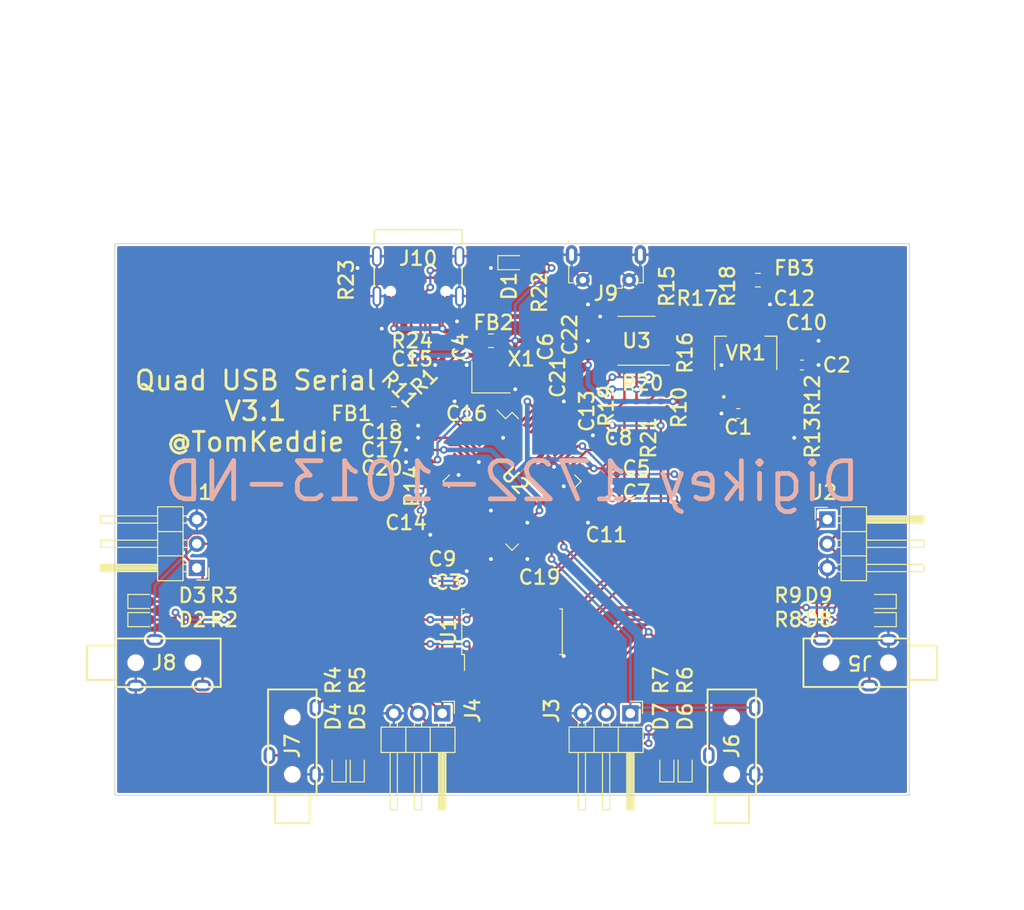
<source format=kicad_pcb>
(kicad_pcb (version 20211014) (generator pcbnew)
  (layers (0 "F.Cu" signal) (31 "B.Cu" signal) (34 "B.Paste" user) (35 "F.Paste" user) (36 "B.SilkS" user "B.Silkscreen") (37 "F.SilkS" user "F.Silkscreen") (38 "B.Mask" user) (39 "F.Mask" user) (44 "Edge.Cuts" user))
  (net 0 "")
  (net 1 "GND")
  (net 2 "VCCIO")
  (net 3 "Net-(D1-Pad2)")
  (net 4 "/TXD-A")
  (net 5 "/RXD-A")
  (net 6 "/TXD-D")
  (net 7 "/RXD-D")
  (net 8 "/TXD-C")
  (net 9 "/RXD-C")
  (net 10 "/TXD-B")
  (net 11 "/RXD-B")
  (net 12 "Net-(R2-Pad1)")
  (net 13 "Net-(R3-Pad1)")
  (net 14 "Net-(R4-Pad1)")
  (net 15 "Net-(R5-Pad1)")
  (net 16 "Net-(R6-Pad1)")
  (net 17 "Net-(R7-Pad1)")
  (net 18 "Net-(R8-Pad1)")
  (net 19 "Net-(R9-Pad1)")
  (net 20 "/~{PWREN}")
  (net 22 "/EECLK")
  (net 23 "/EECS")
  (net 24 "/EEDATA")
  (net 25 "VBUS")
  (net 26 "Net-(C4-Pad1)")
  (net 27 "VCORE")
  (net 28 "/VUSB")
  (net 29 "VPHY")
  (net 30 "VPLL")
  (net 31 "/USB_N")
  (net 32 "/USB_P")
  (net 34 "/D_N")
  (net 35 "/D_P")
  (net 36 "Net-(R14-Pad2)")
  (net 37 "/EEDATA_LED")
  (net 38 "/EECLK_LED")
  (net 39 "/EECS_LED")
  (net 48 "/TXA-R")
  (net 49 "/RXA-R")
  (net 50 "/TXB-R")
  (net 51 "/RXB-R")
  (net 52 "/TXC-R")
  (net 53 "/RXC-R")
  (net 54 "/TXD-R")
  (net 55 "/RXD-R")
  (net 75 "Net-(J10-PadA5)")
  (net 77 "Net-(J10-PadB5)")
  (net 79 "/~{RESET}")
  (net 80 "Net-(C6-Pad1)")
  (net 81 "/EED0")
  (footprint "tom-passives:C_0402_1005Metric" (layer "F.Cu") (at 92.225 100.33)
    (fp_text reference "C14")
    (fp_text value "100nF_50V_X7R ")
  )
  (footprint "tom-connectors:PinHeader_1x03_P2.54mm_Horizontal" (layer "F.Cu") (at 92.695 120.3 -90)
    (fp_text reference "J4")
    (fp_text value "Conn_01x03")
  )
  (footprint "tom-semiconductors:SOIC-16_4.55x10.3mm_P1.27mm" (layer "F.Cu") (at 100 111.76 90)
    (fp_text reference "U1")
    (fp_text value "74HC595")
  )
  (footprint "tom-connectors:USB_B_Micro_LCSC_C10418" (layer "F.Cu") (at 109.83 70.52 180)
    (fp_text reference "J9")
    (fp_text value "USB_B_Micro")
  )
  (footprint "tom-passives:R_0402_1005Metric" (layer "F.Cu") (at 115.57 88.115 -90)
    (fp_text reference "R10")
    (fp_text value "10k")
  )
  (footprint "tom-semiconductors:VREG_LM1117MPX-3.3" (layer "F.Cu") (at 124.46 82.55 90)
    (fp_text reference "VR1")
    (fp_text value "LM1117MPX-3.3")
  )
  (footprint "tom-passives:C_0402_1005Metric" (layer "F.Cu") (at 104.14 87.63 180)
    (fp_text reference "C21")
    (fp_text value "100nF_50V_X7R ")
  )
  (footprint "tom-passives:Crystal_SMD_3225-4Pin_3.2x2.5mm" (layer "F.Cu") (at 97.79 85.09)
    (fp_text reference "X1")
    (fp_text value "12MHz")
  )
  (footprint "tom-passives:C_0402_1005Metric" (layer "F.Cu") (at 107.95 82.55 -90)
    (fp_text reference "C22")
    (fp_text value "100nF_50V_X7R ")
  )
  (footprint "tom-passives:C_0402_1005Metric" (layer "F.Cu") (at 102.87 104.14 90)
    (fp_text reference "C19")
    (fp_text value "100nF_50V_X7R ")
  )
  (footprint "tom-passives:R_0402_1005Metric" (layer "F.Cu") (at 64.1025 108.585 180)
    (fp_text reference "R3")
    (fp_text value "330")
  )
  (footprint "tom-passives:R_0402_1005Metric" (layer "F.Cu") (at 119.38 74.93 -90)
    (fp_text reference "R17")
    (fp_text value "10k")
  )
  (footprint "tom-passives:R_0402_1005Metric" (layer "F.Cu") (at 116.205 123 -90)
    (fp_text reference "R7")
    (fp_text value "330")
  )
  (footprint "tom-passives:C_0805_2012Metric" (layer "F.Cu") (at 97.79 81.28 180)
    (fp_text reference "FB2")
    (fp_text value "500mA/600R")
  )
  (footprint "tom-passives:R_0402_1005Metric" (layer "F.Cu") (at 129.54 87.63 -90)
    (fp_text reference "R12")
    (fp_text value "15k")
  )
  (footprint "tom-passives:R_0402_1005Metric" (layer "F.Cu") (at 118.11 123 -90)
    (fp_text reference "R6")
    (fp_text value "330")
  )
  (footprint "tom-opto:LED_0603_1608Metric" (layer "F.Cu") (at 61.27 108.585)
    (fp_text reference "D3")
    (fp_text value "RXA")
  )
  (footprint "tom-passives:R_0402_1005Metric" (layer "F.Cu") (at 118.11 74.93 -90)
    (fp_text reference "R15")
    (fp_text value "10k")
  )
  (footprint "tom-passives:R_0402_1005Metric" (layer "F.Cu") (at 90.955 93.98)
    (fp_text reference "R14")
    (fp_text value "12k")
  )
  (footprint "tom-opto:LED_0603_1608Metric" (layer "F.Cu") (at 100 73.1)
    (fp_text reference "D1")
    (fp_text value "LED")
  )
  (footprint "tom-opto:LED_0603_1608Metric" (layer "F.Cu") (at 116.205 126 90)
    (fp_text reference "D7")
    (fp_text value "RXC")
  )
  (footprint "tom-passives:R_0402_1005Metric" (layer "F.Cu") (at 120.65 74.93 -90)
    (fp_text reference "R18")
    (fp_text value "10k")
  )
  (footprint "tom-passives:R_0402_1005Metric" (layer "F.Cu") (at 129.54 90.17 -90)
    (fp_text reference "R13")
    (fp_text value "10k")
  )
  (footprint "tom-connectors:PinHeader_1x03_P2.54mm_Horizontal" (layer "F.Cu") (at 67 105.08 180)
    (fp_text reference "J1")
    (fp_text value "Conn_01x03")
  )
  (footprint "tom-connectors:JLCPCB_3.5MM_SOCKET_C18166" (layer "F.Cu") (at 77 128.8 90)
    (fp_text reference "J7")
    (fp_text value "JLCPCB_3.5MM_SOCKET_C18166")
  )
  (footprint "tom-passives:C_0402_1005Metric" (layer "F.Cu") (at 91.44 91.44)
    (fp_text reference "C18")
    (fp_text value "100nF_50V_X7R ")
  )
  (footprint "tom-passives:R_0402_1005Metric" (layer "F.Cu") (at 111.76 88.115 90)
    (fp_text reference "R19")
    (fp_text value "0")
  )
  (footprint "tom-passives:R_0402_1005Metric" (layer "F.Cu") (at 114.3 88.115 90)
    (fp_text reference "R21")
    (fp_text value "0")
  )
  (footprint "tom-passives:C_0402_1005Metric" (layer "F.Cu") (at 110.49 93.98)
    (fp_text reference "C5")
    (fp_text value "4.7uF_10V_X5R ")
  )
  (footprint "tom-passives:R_0402_1005Metric" (layer "F.Cu") (at 64.1025 110.49 180)
    (fp_text reference "R2")
    (fp_text value "330")
  )
  (footprint "tom-passives:C_0402_1005Metric" (layer "F.Cu") (at 93.98 84.305 90)
    (fp_text reference "C4")
    (fp_text value "20pF_50V_C0G ")
  )
  (footprint "tom-opto:LED_0603_1608Metric" (layer "F.Cu") (at 138.73 110.49 180)
    (fp_text reference "D8")
    (fp_text value "TXD")
  )
  (footprint "tom-passives:R_0402_1005Metric" (layer "F.Cu") (at 83.82 123 -90)
    (fp_text reference "R5")
    (fp_text value "330")
  )
  (footprint "tom-passives:R_0402_1005Metric" (layer "F.Cu") (at 83.82 74.93 90)
    (fp_text reference "R23")
    (fp_text value "5.1k")
  )
  (footprint "tom-opto:LED_0603_1608Metric" (layer "F.Cu") (at 118.11 126 90)
    (fp_text reference "D6")
    (fp_text value "TXC")
  )
  (footprint "tom-passives:R_0402_1005Metric" (layer "F.Cu") (at 118.11 79.225 -90)
    (fp_text reference "R16")
    (fp_text value "2.2k")
  )
  (footprint "tom-connectors:JLCPCB_3.5MM_SOCKET_C18166" (layer "F.Cu") (at 123 128.8 90)
    (fp_text reference "J6")
    (fp_text value "JLCPCB_3.5MM_SOCKET_C18166")
  )
  (footprint "tom-passives:C_0402_1005Metric" (layer "F.Cu") (at 95.25 104.14)
    (fp_text reference "C9")
    (fp_text value "100nF_50V_X7R ")
  )
  (footprint "tom-passives:R_0402_1005Metric" (layer "F.Cu") (at 135.8975 108.585)
    (fp_text reference "R9")
    (fp_text value "330")
  )
  (footprint "tom-passives:R_0402_1005Metric" (layer "F.Cu") (at 102.87 73.1 180)
    (fp_text reference "R22")
    (fp_text value "330")
  )
  (footprint "tom-semiconductors:TQFP-64_10x10mm_P0.5mm" (layer "F.Cu") (at 100 96 -45)
    (fp_text reference "U2")
    (fp_text value "FT4232H")
  )
  (footprint "tom-passives:R_0402_1005Metric" (layer "F.Cu") (at 91.44 87.63 135)
    (fp_text reference "R11")
    (fp_text value "10")
  )
  (footprint "tom-passives:C_0402_1005Metric" (layer "F.Cu") (at 95.25 87.63)
    (fp_text reference "C16")
    (fp_text value "100nF_50V_X7R ")
  )
  (footprint "tom-connectors:PinHeader_1x03_P2.54mm_Horizontal" (layer "F.Cu") (at 112.385 120.3 -90)
    (fp_text reference "J3")
    (fp_text value "Conn_01x03")
  )
  (footprint "tom-passives:C_0402_1005Metric" (layer "F.Cu") (at 130.325 81.28 180)
    (fp_text reference "C10")
    (fp_text value "100nF_50V_X7R ")
  )
  (footprint "tom-passives:C_0402_1005Metric" (layer "F.Cu") (at 110.49 92.71 180)
    (fp_text reference "C8")
    (fp_text value "100nF_50V_X7R ")
  )
  (footprint "tom-passives:C_0805_2012Metric" (layer "F.Cu") (at 125.73 74.93)
    (fp_text reference "FB3")
    (fp_text value "500mA/600R")
  )
  (footprint "tom-opto:LED_0603_1608Metric" (layer "F.Cu") (at 61.27 110.49)
    (fp_text reference "D2")
    (fp_text value "TXA")
  )
  (footprint "tom-passives:C_0402_1005Metric" (layer "F.Cu") (at 97.005 105.41 180)
    (fp_text reference "C3")
    (fp_text value "100nF_50V_X7R ")
  )
  (footprint "tom-passives:C_0402_1005Metric" (layer "F.Cu") (at 91.44 90.17 180)
    (fp_text reference "C17")
    (fp_text value "4.7uF_10V_X5R ")
  )
  (footprint "tom-opto:LED_0603_1608Metric" (layer "F.Cu") (at 81.89 126 90)
    (fp_text reference "D4")
    (fp_text value "TXB")
  )
  (footprint "tom-passives:C_0402_1005Metric" (layer "F.Cu") (at 90.655 92.71)
    (fp_text reference "C20")
    (fp_text value "100nF_50V_X7R ")
  )
  (footprint "tom-semiconductors:SO-8_3.9x4.9mm_P1.27mm" (layer "F.Cu") (at 113.03 81.28 180)
    (fp_text reference "U3")
    (fp_text value "AT93C46DN-SH-T")
  )
  (footprint "tom-opto:LED_0603_1608Metric" (layer "F.Cu") (at 83.795 126 90)
    (fp_text reference "D5")
    (fp_text value "RXB")
  )
  (footprint "tom-passives:C_0402_1005Metric" (layer "F.Cu") (at 92.71 83.82 90)
    (fp_text reference "C15")
    (fp_text value "4.7uF_10V_X5R ")
  )
  (footprint "tom-passives:C_0402_1005Metric" (layer "F.Cu") (at 106.703 91.186 180)
    (fp_text reference "C13")
    (fp_text value "100nF_50V_X7R ")
  )
  (footprint "tom-passives:R_0402_1005Metric" (layer "F.Cu") (at 136.0475 110.49)
    (fp_text reference "R8")
    (fp_text value "330")
  )
  (footprint "tom-passives:R_0402_1005Metric" (layer "F.Cu") (at 92.71 81.28)
    (fp_text reference "R24")
    (fp_text value "5.1k")
  )
  (footprint "tom-passives:C_0402_1005Metric" (layer "F.Cu") (at 106.68 101.6 180)
    (fp_text reference "C11")
    (fp_text value "100nF_50V_X7R ")
  )
  (footprint "tom-passives:C_0402_1005Metric" (layer "F.Cu") (at 101.6 85.575 -90)
    (fp_text reference "C6")
    (fp_text value "20pF_50V_C0G ")
  )
  (footprint "tom-passives:R_0402_1005Metric" (layer "F.Cu") (at 92.71 86.36 -45)
    (fp_text reference "R1")
    (fp_text value "10")
  )
  (footprint "tom-connectors:JLCPCB_3.5MM_SOCKET_C18166" (layer "F.Cu") (at 58.5 115)
    (fp_text reference "J8")
    (fp_text value "JLCPCB_3.5MM_SOCKET_C18166")
  )
  (footprint "tom-connectors:USB_C_Receptacle_LCSC_C165948" (layer "F.Cu") (at 90.17 74.3 180)
    (fp_text reference "J10")
    (fp_text value "USB_C_Receptacle_USB2.0")
  )
  (footprint "tom-passives:C_0402_1005Metric" (layer "F.Cu") (at 110.49 95.25 180)
    (fp_text reference "C7")
    (fp_text value "100nF_50V_X7R ")
  )
  (footprint "tom-passives:C_0603_1608Metric" (layer "F.Cu") (at 123.6725 88.9 180)
    (fp_text reference "C1")
    (fp_text value "10uF_10V_X5R ")
  )
  (footprint "tom-passives:R_0402_1005Metric" (layer "F.Cu") (at 113.03 88.115 90)
    (fp_text reference "R20")
    (fp_text value "0")
  )
  (footprint "tom-passives:R_0402_1005Metric" (layer "F.Cu") (at 81.915 123 -90)
    (fp_text reference "R4")
    (fp_text value "330")
  )
  (footprint "tom-connectors:JLCPCB_3.5MM_SOCKET_C18166" (layer "F.Cu") (at 141.5 115 180)
    (fp_text reference "J5")
    (fp_text value "JLCPCB_3.5MM_SOCKET_C18166")
  )
  (footprint "tom-passives:C_0402_1005Metric" (layer "F.Cu") (at 125.73 77.47)
    (fp_text reference "C12")
    (fp_text value "10nF_50V_X7R ")
  )
  (footprint "tom-connectors:PinHeader_1x03_P2.54mm_Horizontal" (layer "F.Cu") (at 133 100)
    (fp_text reference "J2")
    (fp_text value "Conn_01x03")
  )
  (footprint "tom-passives:C_0603_1608Metric" (layer "F.Cu") (at 130.325 83.82)
    (fp_text reference "C2")
    (fp_text value "10uF_10V_X5R ")
  )
  (footprint "tom-opto:LED_0603_1608Metric" (layer "F.Cu") (at 138.73 108.585 180)
    (fp_text reference "D9")
    (fp_text value "RXD")
  )
  (footprint "tom-passives:C_0805_2012Metric" (layer "F.Cu") (at 87.63 88.9)
    (fp_text reference "FB1")
    (fp_text value "500mA/600R")
  )
  (gr_line (start 141.58125 128.88125) (end 141.58125 71.11875) (layer "Edge.Cuts") (width 0.1))
  (gr_line (start 58.41875 128.88125) (end 141.58125 128.88125) (layer "Edge.Cuts") (width 0.1))
  (gr_line (start 58.41875 128.88125) (end 58.41875 71.11875) (layer "Edge.Cuts") (width 0.1))
  (gr_line (start 141.58125 71.11875) (end 58.41875 71.11875) (layer "Edge.Cuts") (width 0.1))
  (gr_text "Digikey 1722-1013-ND" (at 100 96.012) (layer "B.SilkS") (effects (font (size 4 4) (thickness 0.5)) (justify mirror)))
  (gr_text "Quad USB Serial\nV3.1\n@TomKeddie" (at 73.152 88.646) (layer "F.SilkS") (effects (font (size 2 2) (thickness 0.3))))
  (segment (start 93.52 77.45) (end 93.52 79.042) (width 0.25) (layer "F.Cu") (net 1))
  (segment (start 97.293554 99.06) (end 97.79 99.06) (width 0.25) (layer "F.Cu") (net 1))
  (segment (start 104.625 87.63) (end 105.41 87.63) (width 0.25) (layer "F.Cu") (net 1))
  (segment (start 101.564991 101.454078) (end 101.564991 100.365009) (width 0.25) (layer "F.Cu") (net 1))
  (segment (start 92.71 83.335) (end 92.433 83.335) (width 0.25) (layer "F.Cu") (net 1))
  (segment (start 86.82 79.55) (end 86.82 77.45) (width 0.25) (layer "F.Cu") (net 1))
  (segment (start 130.81 81.28) (end 132.08 81.28) (width 0.25) (layer "F.Cu") (net 1))
  (segment (start 98.89 85.94) (end 99.91 85.94) (width 0.25) (layer "F.Cu") (net 1))
  (segment (start 97.49 104.44) (end 97.79 104.14) (width 0.25) (layer "F.Cu") (net 1))
  (segment (start 105.948536 93.940551) (end 105.401087 94.488) (width 0.25) (layer "F.Cu") (net 1))
  (segment (start 122.885 88.9) (end 121.92 88.9) (width 0.25) (layer "F.Cu") (net 1))
  (segment (start 107.165 101.115) (end 107.95 100.33) (width 0.25) (layer "F.Cu") (net 1))
  (segment (start 96.69 84.24) (end 95.67 84.24) (width 0.25) (layer "F.Cu") (net 1))
  (segment (start 105.401087 94.488) (end 104.394 94.488) (width 0.25) (layer "F.Cu") (net 1))
  (segment (start 101.6 86.06) (end 100.63 86.06) (width 0.25) (layer "F.Cu") (net 1))
  (segment (start 91.74 100.33) (end 91.74 101.3) (width 0.25) (layer "F.Cu") (net 1))
  (segment (start 110.975 93.98) (end 110.975 95.25) (width 0.25) (layer "F.Cu") (net 1))
  (segment (start 96.52 93.58066) (end 96.52 93.98) (width 0.25) (layer "F.Cu") (net 1))
  (segment (start 87.12 79.25) (end 87.12 77.45) (width 0.25) (layer "F.Cu") (net 1))
  (segment (start 94.765 104.14) (end 94.765 104.925) (width 0.25) (layer "F.Cu") (net 1))
  (segment (start 110.975 96.035) (end 110.49 96.52) (width 0.25) (layer "F.Cu") (net 1))
  (segment (start 86.36 80.01) (end 86.82 79.55) (width 0.25) (layer "F.Cu") (net 1))
  (segment (start 94.899476 94.081456) (end 96.418544 94.081456) (width 0.25) (layer "F.Cu") (net 1))
  (segment (start 94.765 87.63) (end 93.98 87.63) (width 0.25) (layer "F.Cu") (net 1))
  (segment (start 97.49 105.41) (end 97.49 104.44) (width 0.25) (layer "F.Cu") (net 1))
  (segment (start 110.975 95.25) (end 110.975 96.035) (width 0.25) (layer "F.Cu") (net 1))
  (segment (start 107.95 82.065) (end 107.95 81.28) (width 0.25) (layer "F.Cu") (net 1))
  (segment (start 93.697911 94.294105) (end 94.402181 94.998375) (width 0.25) (layer "F.Cu") (net 1))
  (segment (start 102.085 104.625) (end 101.6 104.14) (width 0.25) (layer "F.Cu") (net 1))
  (segment (start 110.975 92.71) (end 110.975 91.925) (width 0.25) (layer "F.Cu") (net 1))
  (segment (start 104.7 115.01) (end 105.41 114.3) (width 0.25) (layer "F.Cu") (net 1))
  (segment (start 86.36 80.01) (end 87.12 79.25) (width 0.25) (layer "F.Cu") (net 1))
  (segment (start 99.91 85.94) (end 100.33 86.36) (width 0.25) (layer "F.Cu") (net 1))
  (segment (start 93.195 81.28) (end 94.234 81.28) (width 0.25) (layer "F.Cu") (net 1))
  (segment (start 99.142116 89.838815) (end 99.142116 91.357884) (width 0.25) (layer "F.Cu") (net 1))
  (segment (start 110.975 91.925) (end 110.49 91.44) (width 0.25) (layer "F.Cu") (net 1))
  (segment (start 104.445 115.01) (end 104.7 115.01) (width 0.25) (layer "F.Cu") (net 1))
  (segment (start 106.302089 97.705895) (end 105.41 96.813806) (width 0.25) (layer "F.Cu") (net 1))
  (segment (start 94.402181 94.998375) (end 94.402181 95.335388) (width 0.25) (layer "F.Cu") (net 1))
  (segment (start 91.74 101.3) (end 91.44 101.6) (width 0.25) (layer "F.Cu") (net 1))
  (segment (start 95.112124 92.879891) (end 96.212233 93.98) (width 0.25) (layer "F.Cu") (net 1))
  (segment (start 102.87 104.625) (end 102.085 104.625) (width 0.25) (layer "F.Cu") (net 1))
  (segment (start 92.433 83.335) (end 91.948 83.82) (width 0.25) (layer "F.Cu") (net 1))
  (segment (start 99.142116 91.357884) (end 99.06 91.44) (width 0.25) (layer "F.Cu") (net 1))
  (segment (start 96.418544 94.081456) (end 96.52 93.98) (width 0.25) (layer "F.Cu") (net 1))
  (segment (start 96.212233 93.98) (end 96.52 93.98) (width 0.25) (layer "F.Cu") (net 1))
  (segment (start 93.52 79.042) (end 93.726 79.248) (width 0.25) (layer "F.Cu") (net 1))
  (segment (start 93.98 83.82) (end 95.25 83.82) (width 0.25) (layer "F.Cu") (net 1))
  (segment (start 110.455 79.375) (end 109.855 79.375) (width 0.25) (layer "F.Cu") (net 1))
  (segment (start 107.188 91.186) (end 108.458 91.186) (width 0.25) (layer "F.Cu") (net 1))
  (segment (start 129.54 90.655) (end 129.54 91.44) (width 0.25) (layer "F.Cu") (net 1))
  (segment (start 93.22 78.742) (end 93.52 79.042) (width 0.25) (layer "F.Cu") (net 1))
  (segment (start 122.16 85.45) (end 122.16 84.06) (width 0.5) (layer "F.Cu") (net 1))
  (segment (start 109.855 79.375) (end 109.22 78.74) (width 0.25) (layer "F.Cu") (net 1))
  (segment (start 126.215 77.47) (end 127 77.47) (width 0.25) (layer "F.Cu") (net 1))
  (segment (start 107.165 101.6) (end 107.165 101.115) (width 0.25) (layer "F.Cu") (net 1))
  (segment (start 90.47 93.98) (end 88.9 93.98) (width 0.25) (layer "F.Cu") (net 1))
  (segment (start 90.955 91.44) (end 90.17 91.44) (width 0.25) (layer "F.Cu") (net 1))
  (segment (start 96.172785 100.180769) (end 97.293554 99.06) (width 0.25) (layer "F.Cu") (net 1))
  (segment (start 97.914874 91.44) (end 99.06 91.44) (width 0.25) (layer "F.Cu") (net 1))
  (segment (start 98.35 73.1) (end 97.79 73.66) (width 0.25) (layer "F.Cu") (net 1))
  (segment (start 99.2125 73.1) (end 98.35 73.1) (width 0.25) (layer "F.Cu") (net 1))
  (segment (start 93.22 77.45) (end 93.22 78.742) (width 0.25) (layer "F.Cu") (net 1))
  (segment (start 93.726 79.248) (end 94.234 79.248) (width 0.25) (layer "F.Cu") (net 1))
  (segment (start 90.17 92.71) (end 88.9 92.71) (width 0.25) (layer "F.Cu") (net 1))
  (segment (start 131.1125 83.82) (end 132.08 83.82) (width 0.25) (layer "F.Cu") (net 1))
  (segment (start 101.564991 100.365009) (end 101.6 100.33) (width 0.25) (layer "F.Cu") (net 1))
  (segment (start 95.67 84.24) (end 95.25 83.82) (width 0.25) (layer "F.Cu") (net 1))
  (segment (start 102.059449 101.948536) (end 101.564991 101.454078) (width 0.25) (layer "F.Cu") (net 1))
  (segment (start 98.647658 89.344357) (end 99.142116 89.838815) (width 0.25) (layer "F.Cu") (net 1))
  (segment (start 94.765 104.925) (end 95.25 105.41) (width 0.25) (layer "F.Cu") (net 1))
  (segment (start 90.955 90.17) (end 90.17 90.17) (width 0.25) (layer "F.Cu") (net 1))
  (segment (start 95.465678 92.526338) (end 96.52 93.58066) (width 0.25) (layer "F.Cu") (net 1))
  (segment (start 97.233445 90.758571) (end 97.914874 91.44) (width 0.25) (layer "F.Cu") (net 1))
  (segment (start 94.405018 93.586998) (end 94.899476 94.081456) (width 0.25) (layer "F.Cu") (net 1))
  (segment (start 105.41 96.813806) (end 105.41 96.52) (width 0.25) (layer "F.Cu") (net 1))
  (segment (start 83.82 74.445) (end 83.82 73.66) (width 0.25) (layer "F.Cu") (net 1))
  (segment (start 122.16 84.06) (end 121.92 83.82) (width 0.5) (layer "F.Cu") (net 1))
  (segment (start 100.63 86.06) (end 100.33 86.36) (width 0.25) (layer "F.Cu") (net 1))
  (via (at 97.79 99.06) (size 0.8) (drill 0.4) (layers "F.Cu" "B.Cu") (net 1))
  (via (at 97.79 73.66) (size 0.8) (drill 0.4) (layers "F.Cu" "B.Cu") (net 1))
  (via (at 104.394 94.488) (size 0.8) (drill 0.4) (layers "F.Cu" "B.Cu") (net 1))
  (via (at 132.08 81.28) (size 0.8) (drill 0.4) (layers "F.Cu" "B.Cu") (net 1))
  (via (at 110.49 91.44) (size 0.8) (drill 0.4) (layers "F.Cu" "B.Cu") (net 1))
  (via (at 94.234 79.248) (size 0.8) (drill 0.4) (layers "F.Cu" "B.Cu") (net 1))
  (via (at 95.25 83.82) (size 0.8) (drill 0.4) (layers "F.Cu" "B.Cu") (net 1))
  (via (at 127 77.47) (size 0.8) (drill 0.4) (layers "F.Cu" "B.Cu") (net 1))
  (via (at 91.948 83.82) (size 0.8) (drill 0.4) (layers "F.Cu" "B.Cu") (net 1))
  (via (at 105.41 114.3) (size 0.8) (drill 0.4) (layers "F.Cu" "B.Cu") (net 1))
  (via (at 83.82 73.66) (size 0.8) (drill 0.4) (layers "F.Cu" "B.Cu") (net 1))
  (via (at 110.49 96.52) (size 0.8) (drill 0.4) (layers "F.Cu" "B.Cu") (net 1))
  (via (at 96.52 93.98) (size 0.8) (drill 0.4) (layers "F.Cu" "B.Cu") (net 1))
  (via (at 88.9 93.98) (size 0.8) (drill 0.4) (layers "F.Cu" "B.Cu") (net 1))
  (via (at 91.44 101.6) (size 0.8) (drill 0.4) (layers "F.Cu" "B.Cu") (net 1))
  (via (at 108.458 91.186) (size 0.8) (drill 0.4) (layers "F.Cu" "B.Cu") (net 1))
  (via (at 90.17 91.44) (size 0.8) (drill 0.4) (layers "F.Cu" "B.Cu") (net 1))
  (via (at 99.06 91.44) (size 0.8) (drill 0.4) (layers "F.Cu" "B.Cu") (net 1))
  (via (at 121.92 88.9) (size 0.8) (drill 0.4) (layers "F.Cu" "B.Cu") (net 1))
  (via (at 129.54 91.44) (size 0.8) (drill 0.4) (layers "F.Cu" "B.Cu") (net 1))
  (via (at 107.95 81.28) (size 0.8) (drill 0.4) (layers "F.Cu" "B.Cu") (net 1))
  (via (at 90.17 90.17) (size 0.8) (drill 0.4) (layers "F.Cu" "B.Cu") (net 1))
  (via (at 88.9 92.71) (size 0.8) (drill 0.4) (layers "F.Cu" "B.Cu") (net 1))
  (via (at 105.41 96.52) (size 0.8) (drill 0.4) (layers "F.Cu" "B.Cu") (net 1))
  (via (at 121.92 83.82) (size 0.8) (drill 0.4) (layers "F.Cu" "B.Cu") (net 1))
  (via (at 107.95 77.47) (size 0.8) (drill 0.4) (layers "F.Cu" "B.Cu") (net 1))
  (via (at 86.36 80.01) (size 0.8) (drill 0.4) (layers "F.Cu" "B.Cu") (net 1))
  (via (at 94.234 81.28) (size 0.8) (drill 0.4) (layers "F.Cu" "B.Cu") (net 1))
  (via (at 132.08 83.82) (size 0.8) (drill 0.4) (layers "F.Cu" "B.Cu") (net 1))
  (via (at 109.22 78.74) (size 0.8) (drill 0.4) (layers "F.Cu" "B.Cu") (net 1))
  (via (at 105.41 87.63) (size 0.8) (drill 0.4) (layers "F.Cu" "B.Cu") (net 1))
  (via (at 93.98 87.63) (size 0.8) (drill 0.4) (layers "F.Cu" "B.Cu") (net 1))
  (via (at 95.25 105.41) (size 0.8) (drill 0.4) (layers "F.Cu" "B.Cu") (net 1))
  (via (at 94.402181 95.335388) (size 0.8) (drill 0.4) (layers "F.Cu" "B.Cu") (net 1))
  (via (at 107.95 100.33) (size 0.8) (drill 0.4) (layers "F.Cu" "B.Cu") (net 1))
  (via (at 101.6 104.14) (size 0.8) (drill 0.4) (layers "F.Cu" "B.Cu") (net 1))
  (via (at 97.79 104.14) (size 0.8) (drill 0.4) (layers "F.Cu" "B.Cu") (net 1))
  (via (at 101.6 100.33) (size 0.8) (drill 0.4) (layers "F.Cu" "B.Cu") (net 1))
  (via (at 100.33 86.36) (size 0.8) (drill 0.4) (layers "F.Cu" "B.Cu") (net 1))
  (segment (start 92.71 100.10802) (end 94.405018 98.413002) (width 0.25) (layer "F.Cu") (net 2))
  (segment (start 102.87 81.28) (end 105.41 83.82) (width 0.5) (layer "F.Cu") (net 2))
  (segment (start 101.346 109.301157) (end 101.346 107.870843) (width 0.25) (layer "F.Cu") (net 2))
  (segment (start 96.456194 104.14) (end 95.735 104.14) (width 0.25) (layer "F.Cu") (net 2))
  (segment (start 110.455 83.185) (end 108.1 83.185) (width 0.25) (layer "F.Cu") (net 2))
  (segment (start 104.180769 92.172785) (end 104.169215 92.172785) (width 0.25) (layer "F.Cu") (net 2))
  (segment (start 86.6925 88.9) (end 89.7685 85.824) (width 0.5) (layer "F.Cu") (net 2))
  (segment (start 98.806 97.536) (end 100.838 95.504) (width 0.5) (layer "F.Cu") (net 2))
  (segment (start 101.772843 109.728) (end 101.346 109.301157) (width 0.25) (layer "F.Cu") (net 2))
  (segment (start 124.46 78.255) (end 124.46 79.65) (width 0.25) (layer "F.Cu") (net 2))
  (segment (start 100.711 95.631) (end 100.33 96.012) (width 0.5) (layer "F.Cu") (net 2))
  (segment (start 95.555 108.51) (end 95.555 106.985) (width 0.25) (layer "F.Cu") (net 2))
  (segment (start 98.828843 107.696) (end 98.806 107.696) (width 0.25) (layer "F.Cu") (net 2))
  (segment (start 94.405018 98.413002) (end 95.28202 97.536) (width 0.25) (layer "F.Cu") (net 2))
  (segment (start 105.41 83.82) (end 107.95 83.82) (width 0.5) (layer "F.Cu") (net 2))
  (segment (start 119.38 74.445) (end 118.11 74.445) (width 0.25) (layer "F.Cu") (net 2))
  (segment (start 97.35152 109.28952) (end 97.35152 106.750444) (width 0.25) (layer "F.Cu") (net 2))
  (segment (start 96.456194 104.14) (end 98.294105 102.302089) (width 0.25) (layer "F.Cu") (net 2))
  (segment (start 98.806 107.696) (end 98.806 109.149157) (width 0.25) (layer "F.Cu") (net 2))
  (segment (start 104.534322 99.454322) (end 103.632 98.552) (width 0.25) (layer "F.Cu") (net 2))
  (segment (start 89.7685 85.824) (end 89.7685 82.848029) (width 0.5) (layer "F.Cu") (net 2))
  (segment (start 104.534322 99.473662) (end 104.534322 99.454322) (width 0.25) (layer "F.Cu") (net 2))
  (segment (start 103.378 92.964) (end 103.124 93.218) (width 0.25) (layer "F.Cu") (net 2))
  (segment (start 107.95 83.82) (end 105.03848 86.73152) (width 0.5) (layer "F.Cu") (net 2))
  (segment (start 100.33 81.28) (end 102.87 81.28) (width 0.5) (layer "F.Cu") (net 2))
  (segment (start 100.379331 103.581745) (end 97.281076 106.68) (width 0.5) (layer "F.Cu") (net 2))
  (segment (start 108.1 83.185) (end 107.95 83.035) (width 0.25) (layer "F.Cu") (net 2))
  (segment (start 103.175 108.51) (end 103.175 109.169) (width 0.25) (layer "F.Cu") (net 2))
  (segment (start 101.092 95.758) (end 100.838 95.504) (width 0.5) (layer "F.Cu") (net 2))
  (segment (start 95.758 106.68) (end 95.555 106.883) (width 0.5) (layer "F.Cu") (net 2))
  (segment (start 96.266 106.68) (end 95.758 106.68) (width 0.5) (layer "F.Cu") (net 2))
  (segment (start 103.632 98.552) (end 101.092 96.012) (width 0.5) (layer "F.Cu") (net 2))
  (segment (start 100.076 94.996) (end 100.711 95.631) (width 0.5) (layer "F.Cu") (net 2))
  (segment (start 104.180769 92.172785) (end 105.167554 91.186) (width 0.25) (layer "F.Cu") (net 2))
  (segment (start 120.65 74.445) (end 119.38 74.445) (width 0.25) (layer "F.Cu") (net 2))
  (segment (start 95.28202 97.536) (end 95.504 97.536) (width 0.25) (layer "F.Cu") (net 2))
  (segment (start 92.71 100.33) (end 92.71 100.10802) (width 0.25) (layer "F.Cu") (net 2))
  (segment (start 98.806 109.149157) (end 98.393637 109.56152) (width 0.25) (layer "F.Cu") (net 2))
  (segment (start 100.076 87.884) (end 100.076 94.996) (width 0.5) (layer "F.Cu") (net 2))
  (segment (start 98.7275 81.28) (end 100.33 81.28) (width 0.25) (layer "F.Cu") (net 2))
  (segment (start 124.46 87.63) (end 124.46 85.45) (width 0.5) (layer "F.Cu") (net 2))
  (segment (start 99.082843 107.442) (end 98.828843 107.696) (width 0.25) (layer "F.Cu") (net 2))
  (segment (start 104.169215 92.172785) (end 103.378 92.964) (width 0.25) (layer "F.Cu") (net 2))
  (segment (start 96.52 106.426) (end 96.266 106.68) (width 0.25) (layer "F.Cu") (net 2))
  (segment (start 96.52 105.41) (end 96.52 106.426) (width 0.25) (layer "F.Cu") (net 2))
  (segment (start 97.62352 109.56152) (end 97.35152 109.28952) (width 0.25) (layer "F.Cu") (net 2))
  (segment (start 106.302089 94.294105) (end 105.092194 95.504) (width 0.25) (layer "F.Cu") (net 2))
  (segment (start 100.917157 107.442) (end 99.082843 107.442) (width 0.25) (layer "F.Cu") (net 2))
  (segment (start 116.84 87.63) (end 124.46 87.63) (width 0.5) (layer "F.Cu") (net 2))
  (segment (start 103.124 93.218) (end 100.33 96.012) (width 0.5) (layer "F.Cu") (net 2))
  (segment (start 98.294105 102.302089) (end 99.06 101.536194) (width 0.25) (layer "F.Cu") (net 2))
  (segment (start 95.504 97.536) (end 98.806 97.536) (width 0.5) (layer "F.Cu") (net 2))
  (segment (start 100.33 81.28) (end 100.33 82.042) (width 0.5) (layer "F.Cu") (net 2))
  (segment (start 104.902 95.504) (end 100.838 95.504) (width 0.5) (layer "F.Cu") (net 2))
  (segment (start 124.46 88.9) (end 124.46 87.63) (width 0.5) (layer "F.Cu") (net 2))
  (segment (start 101.092 96.012) (end 101.092 95.758) (width 0.5) (layer "F.Cu") (net 2))
  (segment (start 105.03848 86.73152) (end 101.22848 86.73152) (width 0.5) (layer "F.Cu") (net 2))
  (segment (start 101.22848 86.73152) (end 100.076 87.884) (width 0.5) (layer "F.Cu") (net 2))
  (segment (start 102.616 109.728) (end 101.772843 109.728) (width 0.25) (layer "F.Cu") (net 2))
  (segment (start 97.35152 106.750444) (end 97.281076 106.68) (width 0.25) (layer "F.Cu") (net 2))
  (segment (start 110.005 92.71) (end 107.886194 92.71) (width 0.25) (layer "F.Cu") (net 2))
  (segment (start 101.346 107.870843) (end 100.917157 107.442) (width 0.25) (layer "F.Cu") (net 2))
  (segment (start 120.65 74.445) (end 124.46 78.255) (width 0.25) (layer "F.Cu") (net 2))
  (segment (start 104.534322 99.473662) (end 106.195 101.13434) (width 0.25) (layer "F.Cu") (net 2))
  (segment (start 103.355 73.1) (end 103.58 73.1) (width 0.25) (layer "F.Cu") (net 2))
  (segment (start 124.46 85.45) (end 124.46 79.65) (width 0.5) (layer "F.Cu") (net 2))
  (segment (start 107.95 83.035) (end 107.95 83.82) (width 0.25) (layer "F.Cu") (net 2))
  (segment (start 105.167554 91.186) (end 106.218 91.186) (width 0.25) (layer "F.Cu") (net 2))
  (segment (start 105.092194 95.504) (end 104.902 95.504) (width 0.25) (layer "F.Cu") (net 2))
  (segment (start 100.838 95.504) (end 100.711 95.631) (width 0.5) (layer "F.Cu") (net 2))
  (segment (start 103.58 73.1) (end 104.14 73.66) (width 0.25) (layer "F.Cu") (net 2))
  (segment (start 103.175 109.169) (end 102.616 109.728) (width 0.25) (layer "F.Cu") (net 2))
  (segment (start 95.555 106.883) (end 95.555 108.51) (width 0.5) (layer "F.Cu") (net 2))
  (segment (start 100.33 82.042) (end 99.568 82.804) (width 0.5) (layer "F.Cu") (net 2))
  (segment (start 107.886194 92.71) (end 106.302089 94.294105) (width 0.25) (layer "F.Cu") (net 2))
  (segment (start 115.57 87.63) (end 116.84 87.63) (width 0.25) (layer "F.Cu") (net 2))
  (segment (start 99.06 101.536194) (end 100.711 99.885194) (width 0.5) (layer "F.Cu") (net 2))
  (segment (start 97.281076 106.68) (end 96.266 106.68) (width 0.5) (layer "F.Cu") (net 2))
  (segment (start 100.711 99.885194) (end 100.711 95.631) (width 0.5) (layer "F.Cu") (net 2))
  (segment (start 98.393637 109.56152) (end 97.62352 109.56152) (width 0.25) (layer "F.Cu") (net 2))
  (segment (start 100.711 99.885194) (end 100.379331 100.216863) (width 0.5) (layer "F.Cu") (net 2))
  (segment (start 99.568 82.804) (end 95.25 82.804) (width 0.5) (layer "F.Cu") (net 2))
  (segment (start 101.092 96.012) (end 100.33 96.012) (width 0.5) (layer "F.Cu") (net 2))
  (segment (start 100.379331 100.216863) (end 100.379331 103.581745) (width 0.5) (layer "F.Cu") (net 2))
  (segment (start 106.195 101.6) (end 106.195 101.13434) (width 0.25) (layer "F.Cu") (net 2))
  (via (at 116.84 87.63) (size 0.8) (drill 0.4) (layers "F.Cu" "B.Cu") (net 2))
  (via (at 95.25 82.804) (size 0.8) (drill 0.4) (layers "F.Cu" "B.Cu") (net 2))
  (via (at 107.95 83.82) (size 0.8) (drill 0.4) (layers "F.Cu" "B.Cu") (net 2))
  (via (at 104.14 73.66) (size 0.8) (drill 0.4) (layers "F.Cu" "B.Cu") (net 2))
  (via (at 89.7685 82.848029) (size 0.8) (drill 0.4) (layers "F.Cu" "B.Cu") (net 2))
  (via (at 100.33 81.28) (size 0.8) (drill 0.4) (layers "F.Cu" "B.Cu") (net 2))
  (segment (start 107.95 85.852) (end 107.95 83.82) (width 0.5) (layer "B.Cu") (net 2))
  (segment (start 95.25 82.804) (end 89.812529 82.804) (width 0.5) (layer "B.Cu") (net 2))
  (segment (start 104.14 73.66) (end 100.33 77.47) (width 0.25) (layer "B.Cu") (net 2))
  (segment (start 109.728 87.63) (end 107.95 85.852) (width 0.5) (layer "B.Cu") (net 2))
  (segment (start 116.84 87.63) (end 109.728 87.63) (width 0.5) (layer "B.Cu") (net 2))
  (segment (start 89.812529 82.804) (end 89.7685 82.848029) (width 0.5) (layer "B.Cu") (net 2))
  (segment (start 100.33 77.47) (end 100.33 81.28) (width 0.25) (layer "B.Cu") (net 2))
  (segment (start 100.7875 73.1) (end 102.385 73.1) (width 0.25) (layer "F.Cu") (net 3))
  (segment (start 74.247093 94.647658) (end 67.456262 101.438489) (width 0.25) (layer "F.Cu") (net 4))
  (segment (start 66.543738 101.438489) (end 65.898489 102.083738) (width 0.25) (layer "F.Cu") (net 4))
  (segment (start 67.6 105.68) (end 67.6 117.4) (width 0.25) (layer "F.Cu") (net 4))
  (segment (start 65.898489 103.978489) (end 67 105.08) (width 0.25) (layer "F.Cu") (net 4))
  (segment (start 67 105.08) (end 67.6 105.68) (width 0.25) (layer "F.Cu") (net 4))
  (segment (start 65.898489 102.083738) (end 65.898489 103.978489) (width 0.25) (layer "F.Cu") (net 4))
  (segment (start 93.344357 94.647658) (end 74.247093 94.647658) (width 0.25) (layer "F.Cu") (net 4))
  (segment (start 67.456262 101.438489) (end 66.543738 101.438489) (width 0.25) (layer "F.Cu") (net 4))
  (segment (start 91.210295 97.352342) (end 86.022637 102.54) (width 0.25) (layer "F.Cu") (net 5))
  (segment (start 93.344357 97.352342) (end 91.210295 97.352342) (width 0.25) (layer "F.Cu") (net 5))
  (segment (start 86.022637 102.54) (end 67 102.54) (width 0.25) (layer "F.Cu") (net 5))
  (segment (start 62.6 106.94) (end 67 102.54) (width 0.25) (layer "B.Cu") (net 5))
  (segment (start 62.6 112.6) (end 62.6 106.94) (width 0.25) (layer "B.Cu") (net 5))
  (segment (start 110.052342 97.352342) (end 110.49 97.79) (width 0.25) (layer "F.Cu") (net 6))
  (segment (start 106.655643 97.352342) (end 110.052342 97.352342) (width 0.25) (layer "F.Cu") (net 6))
  (segment (start 132.4 112.6) (end 131.898489 112.098489) (width 0.25) (layer "F.Cu") (net 6))
  (segment (start 133 100) (end 119.1935 100) (width 0.25) (layer "F.Cu") (net 6))
  (segment (start 131.898489 101.101511) (end 133 100) (width 0.25) (layer "F.Cu") (net 6))
  (segment (start 119.1935 100) (end 116.9835 97.79) (width 0.25) (layer "F.Cu") (net 6))
  (segment (start 131.898489 112.098489) (end 131.898489 101.101511) (width 0.25) (layer "F.Cu") (net 6))
  (via (at 116.9835 97.79) (size 0.8) (drill 0.4) (layers "F.Cu" "B.Cu") (net 6))
  (via (at 110.49 97.79) (size 0.8) (drill 0.4) (layers "F.Cu" "B.Cu") (net 6))
  (segment (start 110.49 97.79) (end 116.9835 97.79) (width 0.25) (layer "B.Cu") (net 6))
  (segment (start 134.270489 103.810489) (end 134.270489 107.791511) (width 0.25) (layer "F.Cu") (net 7))
  (segment (start 137.4 116.095793) (end 137.4 117.4) (width 0.25) (layer "F.Cu") (net 7))
  (segment (start 133 102.54) (end 134.62 100.92) (width 0.25) (layer "F.Cu") (net 7))
  (segment (start 132.725499 109.336501) (end 132.725499 111.421292) (width 0.25) (layer "F.Cu") (net 7))
  (segment (start 133 102.54) (end 134.270489 103.810489) (width 0.25) (layer "F.Cu") (net 7))
  (segment (start 106.870017 92.311963) (end 107.36287 92.311963) (width 0.25) (layer "F.Cu") (net 7))
  (segment (start 134.62 97.79) (end 133.35 96.52) (width 0.25) (layer "F.Cu") (net 7))
  (segment (start 118.2535 96.52) (end 116.9835 95.25) (width 0.25) (layer "F.Cu") (net 7))
  (segment (start 132.725499 111.421292) (end 137.4 116.095793) (width 0.25) (layer "F.Cu") (net 7))
  (segment (start 134.270489 107.791511) (end 132.725499 109.336501) (width 0.25) (layer "F.Cu") (net 7))
  (segment (start 133.35 96.52) (end 118.2535 96.52) (width 0.25) (layer "F.Cu") (net 7))
  (segment (start 134.62 100.92) (end 134.62 97.79) (width 0.25) (layer "F.Cu") (net 7))
  (segment (start 105.594982 93.586998) (end 106.870017 92.311963) (width 0.25) (layer "F.Cu") (net 7))
  (via (at 107.36287 92.311963) (size 0.8) (drill 0.4) (layers "F.Cu" "B.Cu") (net 7))
  (via (at 116.9835 95.25) (size 0.8) (drill 0.4) (layers "F.Cu" "B.Cu") (net 7))
  (segment (start 116.9835 95.25) (end 110.300907 95.25) (width 0.25) (layer "B.Cu") (net 7))
  (segment (start 110.300907 95.25) (end 107.36287 92.311963) (width 0.25) (layer "B.Cu") (net 7))
  (segment (start 103.120109 100.887876) (end 104.14 101.907767) (width 0.25) (layer "F.Cu") (net 8))
  (segment (start 104.14 101.907767) (end 104.14 104.14) (width 0.25) (layer "F.Cu") (net 8))
  (via (at 104.14 104.14) (size 0.8) (drill 0.4) (layers "F.Cu" "B.Cu") (net 8))
  (segment (start 112.985 119.7) (end 112.385 120.3) (width 0.25) (layer "B.Cu") (net 8))
  (segment (start 125.4 119.7) (end 112.985 119.7) (width 0.25) (layer "B.Cu") (net 8))
  (segment (start 104.14 104.14) (end 112.385 112.385) (width 0.25) (layer "B.Cu") (net 8))
  (segment (start 112.385 112.385) (end 112.385 120.3) (width 0.25) (layer "B.Cu") (net 8))
  (segment (start 114.3 111.76) (end 120.6 118.06) (width 0.25) (layer "F.Cu") (net 9))
  (segment (start 109.845 116.215) (end 109.845 120.3) (width 0.25) (layer "F.Cu") (net 9))
  (segment (start 120.6 118.06) (end 120.6 124.7) (width 0.25) (layer "F.Cu") (net 9))
  (segment (start 103.473662 100.534322) (end 105.41 102.47066) (width 0.25) (layer "F.Cu") (net 9))
  (segment (start 114.3 111.76) (end 109.845 116.215) (width 0.25) (layer "F.Cu") (net 9))
  (segment (start 105.41 102.47066) (end 105.41 102.87) (width 0.25) (layer "F.Cu") (net 9))
  (via (at 105.41 102.87) (size 0.8) (drill 0.4) (layers "F.Cu" "B.Cu") (net 9))
  (via (at 114.3 111.76) (size 0.8) (drill 0.4) (layers "F.Cu" "B.Cu") (net 9))
  (segment (start 105.41 102.87) (end 114.3 111.76) (width 0.25) (layer "B.Cu") (net 9))
  (segment (start 79.4 119.7) (end 80.5 118.6) (width 0.25) (layer "F.Cu") (net 10))
  (segment (start 96.526338 100.534322) (end 92.695 104.36566) (width 0.25) (layer "F.Cu") (net 10))
  (segment (start 80.5 118.6) (end 90.995 118.6) (width 0.25) (layer "F.Cu") (net 10))
  (segment (start 92.695 120.3) (end 90.995 118.6) (width 0.25) (layer "F.Cu") (net 10))
  (segment (start 92.695 104.36566) (end 92.695 120.3) (width 0.25) (layer "F.Cu") (net 10))
  (segment (start 93.98 103.787767) (end 93.98 121.158) (width 0.25) (layer "F.Cu") (net 11))
  (segment (start 74.6 124.7) (end 76.468 124.7) (width 0.25) (layer "F.Cu") (net 11))
  (segment (start 96.879891 100.887876) (end 93.98 103.787767) (width 0.25) (layer "F.Cu") (net 11))
  (segment (start 93.472 121.666) (end 91.521 121.666) (width 0.25) (layer "F.Cu") (net 11))
  (segment (start 93.98 121.158) (end 93.472 121.666) (width 0.25) (layer "F.Cu") (net 11))
  (segment (start 81.969511 119.198489) (end 89.053489 119.198489) (width 0.25) (layer "F.Cu") (net 11))
  (segment (start 76.468 124.7) (end 81.969511 119.198489) (width 0.25) (layer "F.Cu") (net 11))
  (segment (start 91.521 121.666) (end 90.155 120.3) (width 0.25) (layer "F.Cu") (net 11))
  (segment (start 89.053489 119.198489) (end 90.155 120.3) (width 0.25) (layer "F.Cu") (net 11))
  (segment (start 96.825 108.915) (end 95.25 110.49) (width 0.25) (layer "F.Cu") (net 12))
  (segment (start 64.77 109.728) (end 64.77 110.3075) (width 0.25) (layer "F.Cu") (net 12))
  (segment (start 64.77 110.3075) (end 64.5875 110.49) (width 0.25) (layer "F.Cu") (net 12))
  (segment (start 96.825 108.51) (end 96.825 108.915) (width 0.25) (layer "F.Cu") (net 12))
  (segment (start 91.44 110.49) (end 69.85 110.49) (width 0.25) (layer "F.Cu") (net 12))
  (via (at 95.25 110.49) (size 0.8) (drill 0.4) (layers "F.Cu" "B.Cu") (net 12))
  (via (at 69.85 110.49) (size 0.8) (drill 0.4) (layers "F.Cu" "B.Cu") (net 12))
  (via (at 91.44 110.49) (size 0.8) (drill 0.4) (layers "F.Cu" "B.Cu") (net 12))
  (via (at 64.77 109.728) (size 0.8) (drill 0.4) (layers "F.Cu" "B.Cu") (net 12))
  (segment (start 95.25 110.49) (end 91.44 110.49) (width 0.25) (layer "B.Cu") (net 12))
  (segment (start 65.532 110.49) (end 64.77 109.728) (width 0.25) (layer "B.Cu") (net 12))
  (segment (start 65.532 110.49) (end 69.85 110.49) (width 0.25) (layer "B.Cu") (net 12))
  (segment (start 65.405 108.585) (end 65.532 108.712) (width 0.25) (layer "F.Cu") (net 13))
  (segment (start 74.93 113.03) (end 69.708532 118.251468) (width 0.25) (layer "F.Cu") (net 13))
  (segment (start 95.555 113.335) (end 95.25 113.03) (width 0.25) (layer "F.Cu") (net 13))
  (segment (start 69.708532 118.251468) (end 66.947261 118.251468) (width 0.25) (layer "F.Cu") (net 13))
  (segment (start 65.600479 108.780479) (end 65.532 108.712) (width 0.25) (layer "F.Cu") (net 13))
  (segment (start 91.44 113.03) (end 74.93 113.03) (width 0.25) (layer "F.Cu") (net 13))
  (segment (start 65.600479 116.904686) (end 65.600479 108.780479) (width 0.25) (layer "F.Cu") (net 13))
  (segment (start 66.947261 118.251468) (end 65.600479 116.904686) (width 0.25) (layer "F.Cu") (net 13))
  (segment (start 95.555 115.01) (end 95.555 113.335) (width 0.25) (layer "F.Cu") (net 13))
  (segment (start 64.5875 108.585) (end 65.405 108.585) (width 0.25) (layer "F.Cu") (net 13))
  (via (at 91.44 113.03) (size 0.8) (drill 0.4) (layers "F.Cu" "B.Cu") (net 13))
  (via (at 95.25 113.03) (size 0.8) (drill 0.4) (layers "F.Cu" "B.Cu") (net 13))
  (segment (start 95.25 113.03) (end 91.44 113.03) (width 0.25) (layer "B.Cu") (net 13))
  (segment (start 93.881956 122.04251) (end 91.365044 122.04251) (width 0.25) (layer "F.Cu") (net 14))
  (segment (start 96.825 119.099466) (end 93.881956 122.04251) (width 0.25) (layer "F.Cu") (net 14))
  (segment (start 91.242534 121.92) (end 82.51 121.92) (width 0.25) (layer "F.Cu") (net 14))
  (segment (start 91.365044 122.04251) (end 91.242534 121.92) (width 0.25) (layer "F.Cu") (net 14))
  (segment (start 96.825 115.01) (end 96.825 119.099466) (width 0.25) (layer "F.Cu") (net 14))
  (segment (start 82.51 121.92) (end 81.915 122.515) (width 0.25) (layer "F.Cu") (net 14))
  (segment (start 83.82 122.515) (end 94.655 122.515) (width 0.25) (layer "F.Cu") (net 15))
  (segment (start 94.655 122.515) (end 98.095 119.075) (width 0.25) (layer "F.Cu") (net 15))
  (segment (start 98.095 119.075) (end 98.095 115.01) (width 0.25) (layer "F.Cu") (net 15))
  (segment (start 118.11 122.515) (end 117.4585 121.8635) (width 0.25) (layer "F.Cu") (net 16))
  (segment (start 99.365 117.145) (end 99.365 115.01) (width 0.25) (layer "F.Cu") (net 16))
  (segment (start 117.4585 121.8635) (end 114.3 121.8635) (width 0.25) (layer "F.Cu") (net 16))
  (segment (start 114.3 123.444) (end 105.664 123.444) (width 0.25) (layer "F.Cu") (net 16))
  (segment (start 105.664 123.444) (end 99.365 117.145) (width 0.25) (layer "F.Cu") (net 16))
  (via (at 114.3 123.444) (size 0.8) (drill 0.4) (layers "F.Cu" "B.Cu") (net 16))
  (via (at 114.3 121.8635) (size 0.8) (drill 0.4) (layers "F.Cu" "B.Cu") (net 16))
  (segment (start 114.3 123.444) (end 114.3 121.8635) (width 0.25) (layer "B.Cu") (net 16))
  (segment (start 107.962227 122.515) (end 100.635 115.187773) (width 0.25) (layer "F.Cu") (net 17))
  (segment (start 100.635 115.187773) (end 100.635 115.01) (width 0.25) (layer "F.Cu") (net 17))
  (segment (start 107.962227 122.515) (end 116.205 122.515) (width 0.25) (layer "F.Cu") (net 17))
  (segment (start 102.87 116.84) (end 105.41 116.84) (width 0.25) (layer "F.Cu") (net 18))
  (segment (start 101.905 115.01) (end 101.905 115.875) (width 0.25) (layer "F.Cu") (net 18))
  (segment (start 105.41 116.84) (end 111.76 110.49) (width 0.25) (layer "F.Cu") (net 18))
  (segment (start 111.76 110.49) (end 130.783001 110.49) (width 0.25) (layer "F.Cu") (net 18))
  (segment (start 135.5625 110.49) (end 133.376999 110.49) (width 0.25) (layer "F.Cu") (net 18))
  (segment (start 101.905 115.875) (end 102.87 116.84) (width 0.25) (layer "F.Cu") (net 18))
  (via (at 133.376999 110.49) (size 0.8) (drill 0.4) (layers "F.Cu" "B.Cu") (net 18))
  (via (at 130.783001 110.49) (size 0.8) (drill 0.4) (layers "F.Cu" "B.Cu") (net 18))
  (segment (start 133.376999 110.49) (end 130.783001 110.49) (width 0.25) (layer "B.Cu") (net 18))
  (segment (start 135.4125 108.585) (end 134.398361 108.585) (width 0.25) (layer "F.Cu") (net 19))
  (segment (start 109.752466 109.22) (end 130.783001 109.22) (width 0.25) (layer "F.Cu") (net 19))
  (segment (start 105.819956 113.15251) (end 109.752466 109.22) (width 0.25) (layer "F.Cu") (net 19))
  (segment (start 103.175 114.929843) (end 104.952333 113.15251) (width 0.25) (layer "F.Cu") (net 19))
  (segment (start 103.175 115.01) (end 103.175 114.929843) (width 0.25) (layer "F.Cu") (net 19))
  (segment (start 134.398361 108.585) (end 133.457586 109.525775) (width 0.25) (layer "F.Cu") (net 19))
  (segment (start 104.952333 113.15251) (end 105.819956 113.15251) (width 0.25) (layer "F.Cu") (net 19))
  (via (at 133.457586 109.525775) (size 0.8) (drill 0.4) (layers "F.Cu" "B.Cu") (net 19))
  (via (at 130.783001 109.22) (size 0.8) (drill 0.4) (layers "F.Cu" "B.Cu") (net 19))
  (segment (start 133.457586 109.525775) (end 133.151811 109.22) (width 0.25) (layer "B.Cu") (net 19))
  (segment (start 133.151811 109.22) (end 130.783001 109.22) (width 0.25) (layer "B.Cu") (net 19))
  (segment (start 115.57 88.6) (end 115.57 101.105717) (width 0.25) (layer "F.Cu") (net 20))
  (segment (start 115.57 101.105717) (end 104.915717 111.76) (width 0.25) (layer "F.Cu") (net 20))
  (segment (start 99.365 108.51) (end 99.365 108.551973) (width 0.25) (layer "F.Cu") (net 20))
  (segment (start 99.314 108.561) (end 99.365 108.51) (width 0.25) (layer "F.Cu") (net 20))
  (segment (start 110.49 90.17) (end 103.355126 90.17) (width 0.25) (layer "F.Cu") (net 20))
  (segment (start 99.314 109.728) (end 99.314 108.561) (width 0.25) (layer "F.Cu") (net 20))
  (segment (start 104.915717 111.76) (end 101.346 111.76) (width 0.25) (layer "F.Cu") (net 20))
  (segment (start 101.346 111.76) (end 99.314 109.728) (width 0.25) (layer "F.Cu") (net 20))
  (segment (start 103.355126 90.17) (end 102.766555 90.758571) (width 0.25) (layer "F.Cu") (net 20))
  (via (at 110.49 90.17) (size 0.8) (drill 0.4) (layers "F.Cu" "B.Cu") (net 20))
  (via (at 115.57 90.17) (size 0.8) (drill 0.4) (layers "F.Cu" "B.Cu") (net 20))
  (segment (start 110.49 90.17) (end 115.57 90.17) (width 0.25) (layer "B.Cu") (net 20))
  (segment (start 119.38 75.415) (end 119.38 80.01) (width 0.25) (layer "F.Cu") (net 22))
  (segment (start 108.966 89.154) (end 110.49 87.63) (width 0.25) (layer "F.Cu") (net 22))
  (segment (start 113.03 84.317165) (end 115.432165 81.915) (width 0.25) (layer "F.Cu") (net 22))
  (segment (start 102.956913 89.154) (end 108.966 89.154) (width 0.25) (layer "F.Cu") (net 22))
  (segment (start 113.03 87.63) (end 113.03 84.317165) (width 0.25) (layer "F.Cu") (net 22))
  (segment (start 102.059449 90.051464) (end 102.956913 89.154) (width 0.25) (layer "F.Cu") (net 22))
  (segment (start 119.38 80.01) (end 117.475 81.915) (width 0.25) (layer "F.Cu") (net 22))
  (segment (start 115.432165 81.915) (end 115.605 81.915) (width 0.25) (layer "F.Cu") (net 22))
  (segment (start 117.475 81.915) (end 115.605 81.915) (width 0.25) (layer "F.Cu") (net 22))
  (segment (start 110.49 87.63) (end 110.49 86.36) (width 0.25) (layer "F.Cu") (net 22))
  (via (at 113.03 86.36) (size 0.8) (drill 0.4) (layers "F.Cu" "B.Cu") (net 22))
  (via (at 110.49 86.36) (size 0.8) (drill 0.4) (layers "F.Cu" "B.Cu") (net 22))
  (segment (start 110.49 86.36) (end 113.03 86.36) (width 0.25) (layer "B.Cu") (net 22))
  (segment (start 115.605 83.185) (end 115.605 85.055) (width 0.25) (layer "F.Cu") (net 23))
  (segment (start 114.3 85.09) (end 115.57 85.09) (width 0.25) (layer "F.Cu") (net 23))
  (segment (start 115.57 85.09) (end 115.605 85.055) (width 0.25) (layer "F.Cu") (net 23))
  (segment (start 107.188 88.392) (end 110.49 85.09) (width 0.25) (layer "F.Cu") (net 23))
  (segment (start 103.011806 88.392) (end 107.188 88.392) (width 0.25) (layer "F.Cu") (net 23))
  (segment (start 120.65 75.415) (end 120.65 81.28) (width 0.25) (layer "F.Cu") (net 23))
  (segment (start 120.65 81.28) (end 118.745 83.185) (width 0.25) (layer "F.Cu") (net 23))
  (segment (start 115.605 86.325) (end 114.3 87.63) (width 0.25) (layer "F.Cu") (net 23))
  (segment (start 118.745 83.185) (end 115.605 83.185) (width 0.25) (layer "F.Cu") (net 23))
  (segment (start 101.705895 89.697911) (end 103.011806 88.392) (width 0.25) (layer "F.Cu") (net 23))
  (segment (start 115.605 85.055) (end 115.605 86.325) (width 0.25) (layer "F.Cu") (net 23))
  (via (at 110.49 85.09) (size 0.8) (drill 0.4) (layers "F.Cu" "B.Cu") (net 23))
  (via (at 114.3 85.09) (size 0.8) (drill 0.4) (layers "F.Cu" "B.Cu") (net 23))
  (segment (start 110.49 85.09) (end 114.3 85.09) (width 0.25) (layer "B.Cu") (net 23))
  (segment (start 118.11 79.71) (end 117.175 80.645) (width 0.25) (layer "F.Cu") (net 24))
  (segment (start 115.432165 80.645) (end 115.605 80.645) (width 0.25) (layer "F.Cu") (net 24))
  (segment (start 102.413002 90.405018) (end 103.15602 89.662) (width 0.25) (layer "F.Cu") (net 24))
  (segment (start 111.76 84.317165) (end 115.432165 80.645) (width 0.25) (layer "F.Cu") (net 24))
  (segment (start 117.175 80.645) (end 115.605 80.645) (width 0.25) (layer "F.Cu") (net 24))
  (segment (start 111.76 87.63) (end 111.76 84.317165) (width 0.25) (layer "F.Cu") (net 24))
  (segment (start 109.728 89.662) (end 111.76 87.63) (width 0.25) (layer "F.Cu") (net 24))
  (segment (start 103.15602 89.662) (end 109.728 89.662) (width 0.25) (layer "F.Cu") (net 24))
  (segment (start 129.5375 83.82) (end 127 83.82) (width 0.25) (layer "F.Cu") (net 25))
  (segment (start 129.84 81.28) (end 129.54 81.28) (width 0.25) (layer "F.Cu") (net 25))
  (segment (start 126.76 81.52) (end 128.27 80.01) (width 0.5) (layer "F.Cu") (net 25))
  (segment (start 127 83.82) (end 126.76 83.58) (width 0.25) (layer "F.Cu") (net 25))
  (segment (start 128.27 80.01) (end 128.27 76.2) (width 0.5) (layer "F.Cu") (net 25))
  (segment (start 126.76 83.58) (end 126.76 81.52) (width 0.5) (layer "F.Cu") (net 25))
  (segment (start 126.76 85.45) (end 126.76 83.58) (width 0.5) (layer "F.Cu") (net 25))
  (segment (start 127.845 85.45) (end 126.76 85.45) (width 0.25) (layer "F.Cu") (net 25))
  (segment (start 128.27 76.2) (end 127 74.93) (width 0.5) (layer "F.Cu") (net 25))
  (segment (start 129.54 81.28) (end 128.27 80.01) (width 0.25) (layer "F.Cu") (net 25))
  (segment (start 127 74.93) (end 126.6675 74.93) (width 0.5) (layer "F.Cu") (net 25))
  (segment (start 129.54 87.145) (end 127.845 85.45) (width 0.25) (layer "F.Cu") (net 25))
  (segment (start 96.69 85.94) (end 96.69 88.800913) (width 0.25) (layer "F.Cu") (net 26))
  (segment (start 96.69 88.800913) (end 97.940551 90.051464) (width 0.25) (layer "F.Cu") (net 26))
  (segment (start 96.69 85.94) (end 95.13 85.94) (width 0.25) (layer "F.Cu") (net 26))
  (segment (start 95.13 85.94) (end 93.98 84.79) (width 0.25) (layer "F.Cu") (net 26))
  (segment (start 109.337342 94.647658) (end 110.005 93.98) (width 0.25) (layer "F.Cu") (net 27))
  (segment (start 103.261013 101.735887) (end 102.766555 101.241429) (width 0.25) (layer "F.Cu") (net 27))
  (segment (start 102.272098 99.657902) (end 102.272098 100.746972) (width 0.25) (layer "F.Cu") (net 27))
  (segment (start 108.552342 94.647658) (end 109.337342 94.647658) (width 0.25) (layer "F.Cu") (net 27))
  (segment (start 109.337342 94.647658) (end 109.402658 94.647658) (width 0.25) (layer "F.Cu") (net 27))
  (segment (start 101.352342 89.344357) (end 102.333349 88.363349) (width 0.25) (layer "F.Cu") (net 27))
  (segment (start 106.655643 94.647658) (end 108.552342 94.647658) (width 0.25) (layer "F.Cu") (net 27))
  (segment (start 102.272098 100.746972) (end 102.766555 101.241429) (width 0.25) (layer "F.Cu") (net 27))
  (segment (start 94.758571 93.233445) (end 94.235126 92.71) (width 0.25) (layer "F.Cu") (net 27))
  (segment (start 103.066699 87.63) (end 103.655 87.63) (width 0.25) (layer "F.Cu") (net 27))
  (segment (start 109.402658 94.647658) (end 110.005 95.25) (width 0.25) (layer "F.Cu") (net 27))
  (segment (start 102.87 99.06) (end 102.272098 99.657902) (width 0.25) (layer "F.Cu") (net 27))
  (segment (start 103.261013 103.263987) (end 103.261013 101.735887) (width 0.25) (layer "F.Cu") (net 27))
  (segment (start 102.333349 88.363349) (end 101.6 87.63) (width 0.25) (layer "F.Cu") (net 27))
  (segment (start 93.98 92.71) (end 91.14 92.71) (width 0.25) (layer "F.Cu") (net 27))
  (segment (start 102.87 103.655) (end 103.261013 103.263987) (width 0.25) (layer "F.Cu") (net 27))
  (segment (start 110.005 93.98) (end 110.005 95.25) (width 0.25) (layer "F.Cu") (net 27))
  (segment (start 102.333349 88.363349) (end 103.066699 87.63) (width 0.25) (layer "F.Cu") (net 27))
  (segment (start 93.98 92.71) (end 92.8535 92.71) (width 0.25) (layer "F.Cu") (net 27))
  (segment (start 94.235126 92.71) (end 93.98 92.71) (width 0.25) (layer "F.Cu") (net 27))
  (via (at 108.552342 94.647658) (size 0.8) (drill 0.4) (layers "F.Cu" "B.Cu") (net 27))
  (via (at 101.6 87.63) (size 0.8) (drill 0.4) (layers "F.Cu" "B.Cu") (net 27))
  (via (at 102.87 99.06) (size 0.8) (drill 0.4) (layers "F.Cu" "B.Cu") (net 27))
  (via (at 92.8535 92.71) (size 0.8) (drill 0.4) (layers "F.Cu" "B.Cu") (net 27))
  (segment (start 100.33 95.25) (end 97.79 92.71) (width 0.5) (layer "B.Cu") (net 27))
  (segment (start 101.6 87.63) (end 101.6 93.98) (width 0.5) (layer "B.Cu") (net 27))
  (segment (start 108.552342 94.647658) (end 107.616183 93.711499) (width 0.5) (layer "B.Cu") (net 27))
  (segment (start 107.616183 93.711499) (end 101.868501 93.711499) (width 0.5) (layer "B.Cu") (net 27))
  (segment (start 100.33 95.25) (end 102.87 97.79) (width 0.5) (layer "B.Cu") (net 27))
  (segment (start 101.6 93.98) (end 100.33 95.25) (width 0.5) (layer "B.Cu") (net 27))
  (segment (start 102.87 97.79) (end 102.87 99.06) (width 0.5) (layer "B.Cu") (net 27))
  (segment (start 97.79 92.71) (end 92.8535 92.71) (width 0.5) (layer "B.Cu") (net 27))
  (segment (start 101.868501 93.711499) (end 101.6 93.98) (width 0.5) (layer "B.Cu") (net 27))
  (segment (start 111.252 77.47) (end 109.22 77.47) (width 0.5) (layer "F.Cu") (net 28))
  (segment (start 87.63 80.01) (end 87.62 80) (width 0.25) (layer "F.Cu") (net 28))
  (segment (start 111.13 74.92) (end 111.13 77.348) (width 0.25) (layer "F.Cu") (net 28))
  (segment (start 92.964 80.264) (end 92.71 80.01) (width 0.5) (layer "F.Cu") (net 28))
  (segment (start 109.22 77.47) (end 107.95 78.74) (width 0.5) (layer "F.Cu") (net 28))
  (segment (start 111.252 77.47) (end 113.03 77.47) (width 0.5) (layer "F.Cu") (net 28))
  (segment (start 92.42 77.45) (end 92.42 79.72) (width 0.25) (layer "F.Cu") (net 28))
  (segment (start 87.92 79.72) (end 87.92 77.45) (width 0.25) (layer "F.Cu") (net 28))
  (segment (start 122.7605 72.898) (end 117.602 72.898) (width 0.5) (layer "F.Cu") (net 28))
  (segment (start 96.52 78.74) (end 94.996 80.264) (width 0.5) (layer "F.Cu") (net 28))
  (segment (start 124.7925 74.93) (end 124.7925 77.0175) (width 0.25) (layer "F.Cu") (net 28))
  (segment (start 94.996 80.264) (end 92.964 80.264) (width 0.5) (layer "F.Cu") (net 28))
  (segment (start 87.62 80) (end 87.62 77.45) (width 0.25) (layer "F.Cu") (net 28))
  (segment (start 92.42 79.72) (end 92.71 80.01) (width 0.25) (layer "F.Cu") (net 28))
  (segment (start 111.13 77.348) (end 111.252 77.47) (width 0.25) (layer "F.Cu") (net 28))
  (segment (start 124.7925 74.93) (end 122.7605 72.898) (width 0.5) (layer "F.Cu") (net 28))
  (segment (start 87.63 80.01) (end 87.92 79.72) (width 0.25) (layer "F.Cu") (net 28))
  (segment (start 117.602 72.898) (end 113.03 77.47) (width 0.5) (layer "F.Cu") (net 28))
  (segment (start 107.95 78.74) (end 96.52 78.74) (width 0.5) (layer "F.Cu") (net 28))
  (segment (start 92.72 77.45) (end 92.72 80) (width 0.25) (layer "F.Cu") (net 28))
  (segment (start 124.7925 77.0175) (end 125.245 77.47) (width 0.25) (layer "F.Cu") (net 28))
  (segment (start 92.72 80) (end 92.71 80.01) (width 0.25) (layer "F.Cu") (net 28))
  (via (at 92.71 80.01) (size 0.8) (drill 0.4) (layers "F.Cu" "B.Cu") (net 28))
  (via (at 87.63 80.01) (size 0.8) (drill 0.4) (layers "F.Cu" "B.Cu") (net 28))
  (segment (start 87.63 80.01) (end 92.71 80.01) (width 0.5) (layer "B.Cu") (net 28))
  (segment (start 95.735 88.413749) (end 95.735 87.63) (width 0.25) (layer "F.Cu") (net 29))
  (segment (start 93.40848 83.60652) (end 92.71 84.305) (width 0.25) (layer "F.Cu") (net 29))
  (segment (start 97.586998 90.405018) (end 97.586998 90.265747) (width 0.25) (layer "F.Cu") (net 29))
  (segment (start 92.71 84.605) (end 92.71 84.305) (width 0.25) (layer "F.Cu") (net 29))
  (segment (start 95.635701 81.28) (end 93.40848 83.507221) (width 0.25) (layer "F.Cu") (net 29))
  (segment (start 96.8525 81.28) (end 95.635701 81.28) (width 0.25) (layer "F.Cu") (net 29))
  (segment (start 93.40848 83.507221) (end 93.40848 83.60652) (width 0.25) (layer "F.Cu") (net 29))
  (segment (start 95.735 87.63) (end 92.71 84.605) (width 0.25) (layer "F.Cu") (net 29))
  (segment (start 97.586998 90.265747) (end 95.735 88.413749) (width 0.25) (layer "F.Cu") (net 29))
  (segment (start 90.655 88.9) (end 88.5675 88.9) (width 0.25) (layer "F.Cu") (net 30))
  (segment (start 95.086446 91.44) (end 91.925 91.44) (width 0.25) (layer "F.Cu") (net 30))
  (segment (start 95.819231 92.172785) (end 95.086446 91.44) (width 0.25) (layer "F.Cu") (net 30))
  (segment (start 91.925 90.17) (end 91.925 91.44) (width 0.25) (layer "F.Cu") (net 30))
  (segment (start 91.925 90.17) (end 90.655 88.9) (width 0.25) (layer "F.Cu") (net 30))
  (segment (start 89.92 76.454444) (end 90.050955 76.323489) (width 0.25) (layer "F.Cu") (net 31))
  (segment (start 110.48 73.904) (end 110.48 74.92) (width 0.25) (layer "F.Cu") (net 31))
  (segment (start 90.050955 76.323489) (end 90.918489 76.323489) (width 0.25) (layer "F.Cu") (net 31))
  (segment (start 107.188 73.152) (end 109.728 73.152) (width 0.25) (layer "F.Cu") (net 31))
  (segment (start 94.234 73.914) (end 91.44 73.914) (width 0.25) (layer "F.Cu") (net 31))
  (segment (start 90.92 76.325) (end 90.92 77.45) (width 0.25) (layer "F.Cu") (net 31))
  (segment (start 90.918489 76.323489) (end 90.92 76.325) (width 0.25) (layer "F.Cu") (net 31))
  (segment (start 90.92 84.57) (end 90.92 77.45) (width 0.25) (layer "F.Cu") (net 31))
  (segment (start 105.664 74.676) (end 107.188 73.152) (width 0.25) (layer "F.Cu") (net 31))
  (segment (start 109.728 73.152) (end 110.48 73.904) (width 0.25) (layer "F.Cu") (net 31))
  (segment (start 92.367053 86.017053) (end 90.92 84.57) (width 0.25) (layer "F.Cu") (net 31))
  (segment (start 94.234 73.914) (end 94.996 74.676) (width 0.25) (layer "F.Cu") (net 31))
  (segment (start 91.44 75.692) (end 90.918489 76.213511) (width 0.25) (layer "F.Cu") (net 31))
  (segment (start 90.918489 76.213511) (end 90.918489 76.323489) (width 0.25) (layer "F.Cu") (net 31))
  (segment (start 94.996 74.676) (end 105.664 74.676) (width 0.25) (layer "F.Cu") (net 31))
  (segment (start 89.92 77.45) (end 89.92 76.454444) (width 0.25) (layer "F.Cu") (net 31))
  (via (at 91.44 75.692) (size 0.8) (drill 0.4) (layers "F.Cu" "B.Cu") (net 31))
  (via (at 91.44 73.914) (size 0.8) (drill 0.4) (layers "F.Cu" "B.Cu") (net 31))
  (segment (start 91.44 73.914) (end 91.44 75.692) (width 0.25) (layer "B.Cu") (net 31))
  (segment (start 107.000515 73.943489) (end 105.760004 75.184) (width 0.25) (layer "F.Cu") (net 32))
  (segment (start 105.760004 75.184) (end 94.488 75.184) (width 0.25) (layer "F.Cu") (net 32))
  (segment (start 94.488 75.184) (end 93.98 74.676) (width 0.25) (layer "F.Cu") (net 32))
  (segment (start 89.42 77.45) (end 89.42 76.188) (width 0.25) (layer "F.Cu") (net 32))
  (segment (start 90.42 80.014) (end 90.42 86.61) (width 0.25) (layer "F.Cu") (net 32))
  (segment (start 109.83 73.995) (end 109.778489 73.943489) (width 0.25) (layer "F.Cu") (net 32))
  (segment (start 89.42 79.675) (end 89.759 80.014) (width 0.25) (layer "F.Cu") (net 32))
  (segment (start 90.42 80.014) (end 90.42 77.45) (width 0.25) (layer "F.Cu") (net 32))
  (segment (start 93.98 74.676) (end 90.932 74.676) (width 0.25) (layer "F.Cu") (net 32))
  (segment (start 89.759 80.014) (end 90.42 80.014) (width 0.25) (layer "F.Cu") (net 32))
  (segment (start 109.83 74.92) (end 109.83 73.995) (width 0.25) (layer "F.Cu") (net 32))
  (segment (start 89.42 77.425) (end 89.42 79.675) (width 0.25) (layer "F.Cu") (net 32))
  (segment (start 90.42 86.61) (end 91.097053 87.287053) (width 0.25) (layer "F.Cu") (net 32))
  (segment (start 109.778489 73.943489) (end 107.000515 73.943489) (width 0.25) (layer "F.Cu") (net 32))
  (segment (start 89.42 76.188) (end 90.932 74.676) (width 0.25) (layer "F.Cu") (net 32))
  (segment (start 93.052947 87.992287) (end 93.052947 86.702947) (width 0.25) (layer "F.Cu") (net 34))
  (segment (start 96.526338 91.465678) (end 93.052947 87.992287) (width 0.25) (layer "F.Cu") (net 34))
  (segment (start 96.172785 91.819231) (end 92.326501 87.972947) (width 0.25) (layer "F.Cu") (net 35))
  (segment (start 92.326501 87.972947) (end 91.782947 87.972947) (width 0.25) (layer "F.Cu") (net 35))
  (segment (start 95.25 88.9) (end 95.25 89.482233) (width 0.25) (layer "F.Cu") (net 36))
  (segment (start 92.202 93.726) (end 91.948 93.98) (width 0.25) (layer "F.Cu") (net 36))
  (segment (start 91.948 93.98) (end 91.44 93.98) (width 0.25) (layer "F.Cu") (net 36))
  (segment (start 95.25 89.482233) (end 96.879891 91.112124) (width 0.25) (layer "F.Cu") (net 36))
  (via (at 92.202 93.726) (size 0.8) (drill 0.4) (layers "F.Cu" "B.Cu") (net 36))
  (via (at 95.25 88.9) (size 0.8) (drill 0.4) (layers "F.Cu" "B.Cu") (net 36))
  (segment (start 95.25 88.9) (end 92.202 91.948) (width 0.25) (layer "B.Cu") (net 36))
  (segment (start 92.202 91.948) (end 92.202 93.726) (width 0.25) (layer "B.Cu") (net 36))
  (segment (start 100.33 105.41) (end 98.095 107.645) (width 0.25) (layer "F.Cu") (net 37))
  (segment (start 111.76 88.6) (end 111.76 97.889299) (width 0.25) (layer "F.Cu") (net 37))
  (segment (start 111.76 97.889299) (end 104.239299 105.41) (width 0.25) (layer "F.Cu") (net 37))
  (segment (start 98.095 107.645) (end 98.095 108.51) (width 0.25) (layer "F.Cu") (net 37))
  (segment (start 104.239299 105.41) (end 100.33 105.41) (width 0.25) (layer "F.Cu") (net 37))
  (segment (start 101.905 108.51) (end 101.905 108.429843) (width 0.25) (layer "F.Cu") (net 38))
  (segment (start 101.905 108.429843) (end 113.03 97.304843) (width 0.25) (layer "F.Cu") (net 38))
  (segment (start 113.03 97.304843) (end 113.03 88.6) (width 0.25) (layer "F.Cu") (net 38))
  (segment (start 105.79549 110.10451) (end 101.616887 110.10451) (width 0.25) (layer "F.Cu") (net 39))
  (segment (start 100.635 109.122623) (end 100.635 108.51) (width 0.25) (layer "F.Cu") (net 39))
  (segment (start 101.616887 110.10451) (end 100.635 109.122623) (width 0.25) (layer "F.Cu") (net 39))
  (segment (start 114.3 101.6) (end 105.79549 110.10451) (width 0.25) (layer "F.Cu") (net 39))
  (segment (start 114.3 88.6) (end 114.3 101.6) (width 0.25) (layer "F.Cu") (net 39))
  (segment (start 63.6175 110.49) (end 62.0575 110.49) (width 0.25) (layer "F.Cu") (net 48))
  (segment (start 63.6175 108.585) (end 62.0575 108.585) (width 0.25) (layer "F.Cu") (net 49))
  (segment (start 81.89 125.2125) (end 81.89 123.51) (width 0.25) (layer "F.Cu") (net 50))
  (segment (start 81.89 123.51) (end 81.915 123.485) (width 0.25) (layer "F.Cu") (net 50))
  (segment (start 83.795 123.51) (end 83.82 123.485) (width 0.25) (layer "F.Cu") (net 51))
  (segment (start 83.795 125.2125) (end 83.795 123.51) (width 0.25) (layer "F.Cu") (net 51))
  (segment (start 118.11 123.485) (end 118.11 125.2125) (width 0.25) (layer "F.Cu") (net 52))
  (segment (start 116.205 123.485) (end 116.205 125.2125) (width 0.25) (layer "F.Cu") (net 53))
  (segment (start 137.9425 110.49) (end 136.5325 110.49) (width 0.25) (layer "F.Cu") (net 54))
  (segment (start 137.9425 108.585) (end 136.3825 108.585) (width 0.25) (layer "F.Cu") (net 55))
  (segment (start 91.42 77.45) (end 91.42 80.475) (width 0.25) (layer "F.Cu") (net 75))
  (segment (start 91.42 80.475) (end 92.225 81.28) (width 0.25) (layer "F.Cu") (net 75))
  (segment (start 83.92652 75.30848) (end 87.467753 75.30848) (width 0.25) (layer "F.Cu") (net 77))
  (segment (start 83.82 75.415) (end 83.92652 75.30848) (width 0.25) (layer "F.Cu") (net 77))
  (segment (start 87.467753 75.30848) (end 88.42 76.260727) (width 0.25) (layer "F.Cu") (net 77))
  (segment (start 88.42 76.260727) (end 88.42 77.45) (width 0.25) (layer "F.Cu") (net 77))
  (segment (start 129.54 89.685) (end 118.595 89.685) (width 0.25) (layer "F.Cu") (net 79))
  (segment (start 95.25 95.504) (end 94.742 96.012) (width 0.25) (layer "F.Cu") (net 79))
  (segment (start 91.948 106.426) (end 90.424 104.902) (width 0.25) (layer "F.Cu") (net 79))
  (segment (start 94.488 111.252) (end 94.488 106.68) (width 0.25) (layer "F.Cu") (net 79))
  (segment (start 116.332 102.108) (end 105.664 112.776) (width 0.25) (layer "F.Cu") (net 79))
  (segment (start 96.012 112.776) (end 105.664 112.776) (width 0.25) (layer "F.Cu") (net 79))
  (segment (start 94.051464 94.051464) (end 95.25 95.25) (width 0.25) (layer "F.Cu") (net 79))
  (segment (start 96.012 112.776) (end 94.488 111.252) (width 0.25) (layer "F.Cu") (net 79))
  (segment (start 94.051464 93.940551) (end 94.051464 94.051464) (width 0.25) (layer "F.Cu") (net 79))
  (segment (start 118.595 89.685) (end 116.332 91.948) (width 0.25) (layer "F.Cu") (net 79))
  (segment (start 90.424 104.902) (end 90.424 99.06) (width 0.25) (layer "F.Cu") (net 79))
  (segment (start 95.25 95.25) (end 95.25 95.504) (width 0.25) (layer "F.Cu") (net 79))
  (segment (start 91.44 96.012) (end 90.424 97.028) (width 0.25) (layer "F.Cu") (net 79))
  (segment (start 129.54 88.115) (end 129.54 89.685) (width 0.25) (layer "F.Cu") (net 79))
  (segment (start 94.488 106.68) (end 94.742 106.426) (width 0.25) (layer "F.Cu") (net 79))
  (segment (start 91.44 96.012) (end 94.742 96.012) (width 0.25) (layer "F.Cu") (net 79))
  (segment (start 116.332 91.948) (end 116.332 102.108) (width 0.25) (layer "F.Cu") (net 79))
  (via (at 90.424 99.06) (size 0.8) (drill 0.4) (layers "F.Cu" "B.Cu") (net 79))
  (via (at 91.948 106.426) (size 0.8) (drill 0.4) (layers "F.Cu" "B.Cu") (net 79))
  (via (at 90.424 97.028) (size 0.8) (drill 0.4) (layers "F.Cu" "B.Cu") (net 79))
  (via (at 94.742 106.426) (size 0.8) (drill 0.4) (layers "F.Cu" "B.Cu") (net 79))
  (segment (start 94.742 106.426) (end 91.948 106.426) (width 0.25) (layer "B.Cu") (net 79))
  (segment (start 90.424 97.028) (end 90.424 99.06) (width 0.25) (layer "B.Cu") (net 79))
  (segment (start 97.641511 89.045317) (end 98.294105 89.697911) (width 0.25) (layer "F.Cu") (net 80))
  (segment (start 97.641511 85.488489) (end 97.641511 89.045317) (width 0.25) (layer "F.Cu") (net 80))
  (segment (start 98.89 84.24) (end 97.641511 85.488489) (width 0.25) (layer "F.Cu") (net 80))
  (segment (start 101.6 85.09) (end 100.75 84.24) (width 0.25) (layer "F.Cu") (net 80))
  (segment (start 100.75 84.24) (end 98.89 84.24) (width 0.25) (layer "F.Cu") (net 80))
  (segment (start 116.205 79.375) (end 115.605 79.375) (width 0.25) (layer "F.Cu") (net 81))
  (segment (start 118.11 77.47) (end 117.475 78.105) (width 0.25) (layer "F.Cu") (net 81))
  (segment (start 117.475 78.105) (end 116.205 79.375) (width 0.25) (layer "F.Cu") (net 81))
  (segment (start 118.11 78.74) (end 117.475 78.105) (width 0.25) (layer "F.Cu") (net 81))
  (segment (start 118.11 75.415) (end 118.11 77.47) (width 0.25) (layer "F.Cu") (net 81))
  (zone (net 1) (net_name "GND") (layers F&B.Cu) (connect_pads (clearance 0.254)) (min_thickness 0.254) (fill yes (thermal_gap 0.254) (thermal_bridge_width 0.254))
    (polygon (pts (xy 142.24 130.81) (xy 57.15 130.81) (xy 57.15 71.12) (xy 142.24 71.12)))
  )
)
</source>
